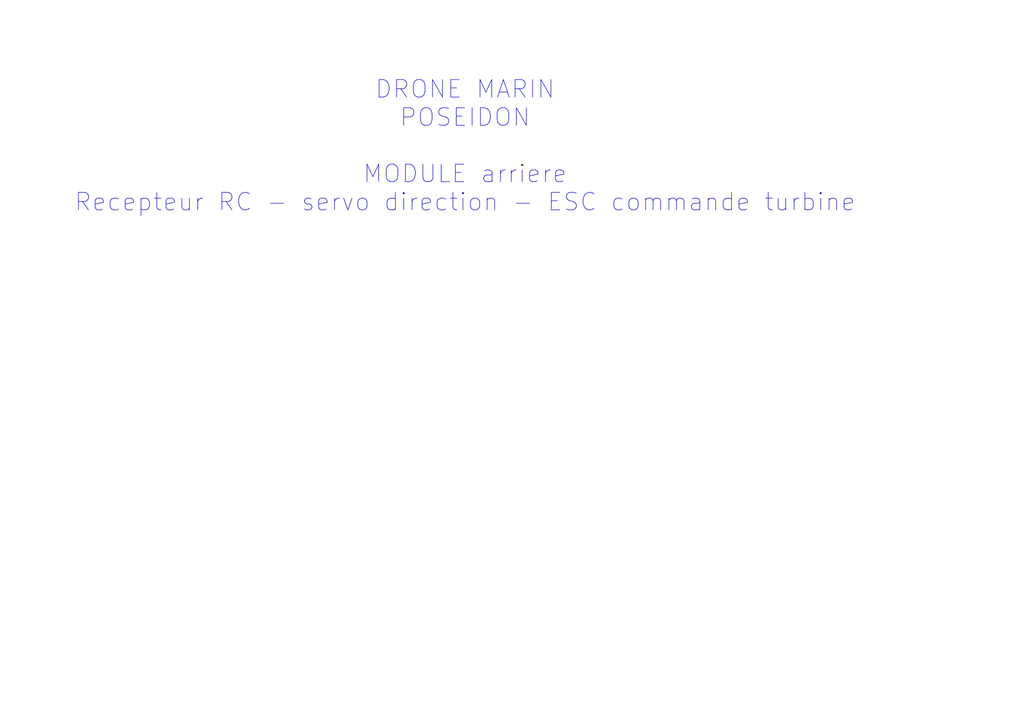
<source format=kicad_sch>
(kicad_sch
	(version 20250114)
	(generator "eeschema")
	(generator_version "9.0")
	(uuid "77b2c098-dda0-4441-9c8c-9e623b82a61b")
	(paper "A4")
	(title_block
		(date "2025-09-26")
		(rev "1.0")
		(company "Association Electromaker (yc)")
		(comment 2 "Drone marin")
	)
	(lib_symbols)
	(text "DRONE MARIN\nPOSEIDON\n\nMODULE arriere\nRecepteur RC - servo direction - ESC commande turbine"
		(exclude_from_sim no)
		(at 134.874 42.418 0)
		(effects
			(font
				(size 5.08 5.08)
			)
		)
		(uuid "f798c2b7-4b05-42dc-9cc2-d2325abcbc6b")
	)
)

</source>
